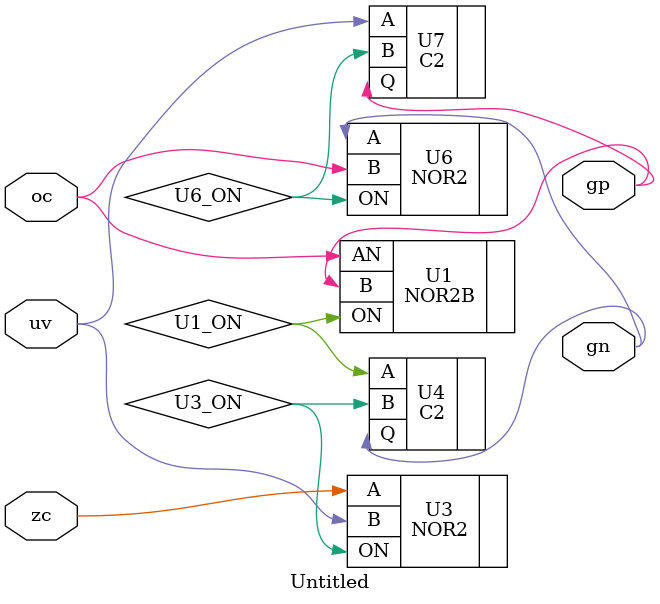
<source format=v>
module Untitled (gn, gp, oc, uv, zc);
    input oc, uv, zc;
    output gn, gp;

    NOR2B U1 (.ON(U1_ON), .AN(oc), .B(gp));
    NOR2 U3 (.ON(U3_ON), .A(zc), .B(uv));
    C2 U4 (.Q(gn), .A(U1_ON), .B(U3_ON));
    NOR2 U6 (.ON(U6_ON), .A(gn), .B(oc));
    C2 U7 (.Q(gp), .A(uv), .B(U6_ON));

    // signal values at the initial state:
    // !U1_ON U3_ON gn !U6_ON !gp !oc !uv !zc
endmodule

</source>
